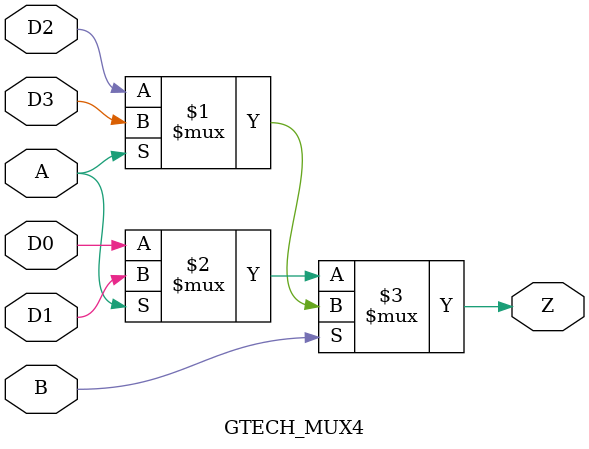
<source format=v>




module GTECH_MUX4 (D0, D1, D2, D3, A, B, Z); 
	input D0, D1, D2, D3, A, B;
	output Z;
	assign Z = B ? (A ? D3 : D2) : (A ? D1 : D0);
endmodule


</source>
